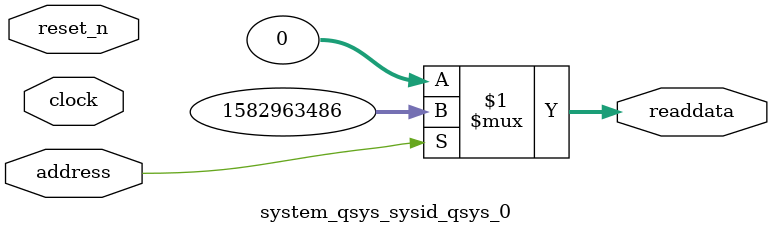
<source format=v>

`timescale 1ns / 1ps
// synthesis translate_on

// turn off superfluous verilog processor warnings 
// altera message_level Level1 
// altera message_off 10034 10035 10036 10037 10230 10240 10030 

module system_qsys_sysid_qsys_0 (
               // inputs:
                address,
                clock,
                reset_n,

               // outputs:
                readdata
             )
;

  output  [ 31: 0] readdata;
  input            address;
  input            clock;
  input            reset_n;

  wire    [ 31: 0] readdata;
  //control_slave, which is an e_avalon_slave
  assign readdata = address ? 1582963486 : 0;

endmodule




</source>
